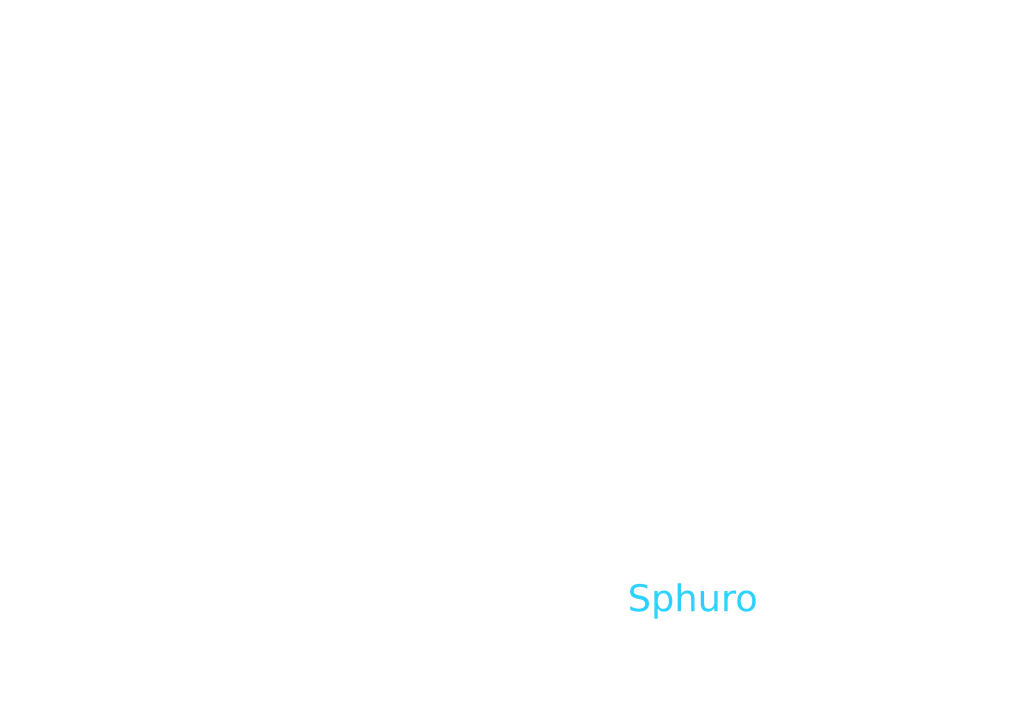
<source format=kicad_sch>
(kicad_sch
	(version 20231120)
	(generator "eeschema")
	(generator_version "8.0")
	(uuid "47efca87-7f01-4e3b-8129-5defa0138b8a")
	(paper "A4")
	(lib_symbols)
	(text "Sphuro"
		(exclude_from_sim no)
		(at 200.914 176.276 0)
		(effects
			(font
				(face "ProFont IIx Nerd Font Mono")
				(size 7.62 7.62)
				(color 41 205 255 1)
			)
		)
		(uuid "87b75867-4745-48d9-9420-7ab01e462ec6")
	)
	(sheet_instances
		(path "/"
			(page "1")
		)
	)
)

</source>
